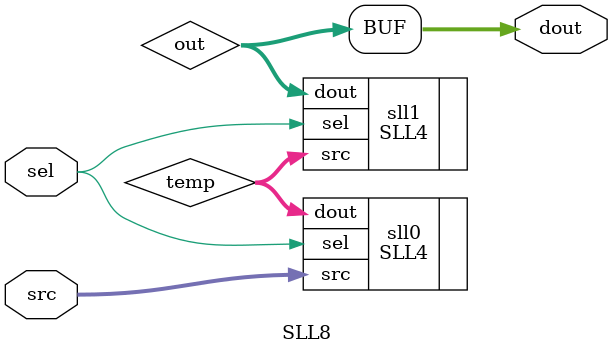
<source format=v>
module SLL8( sel, src, dout ) ;

 input sel ;
 input[31:0] src ;
 output[31:0] dout ;
 
 wire[31:0] temp , out ;
 
 SLL4 sll0( .sel(sel), .src(src),  .dout(temp) ) ;
 SLL4 sll1( .sel(sel), .src(temp),  .dout(out) ) ;

 assign dout = out ;
 
endmodule
</source>
